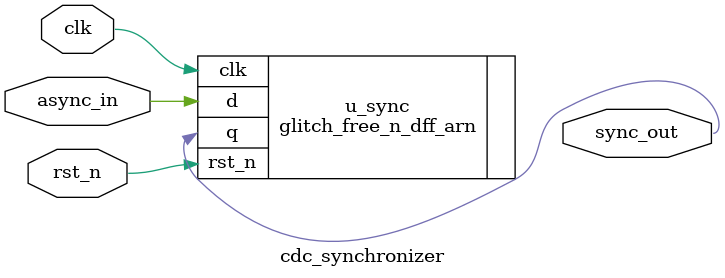
<source format=sv>

`timescale 1ns / 1ps

module cdc_synchronizer #(
    parameter int WIDTH      = 1,   // Bus width to synchronize
    parameter int FLOP_COUNT = 3    // Number of synchronizer stages (2-5)
) (
    input  logic             clk,       // Destination clock
    input  logic             rst_n,     // Asynchronous active-low reset
    input  logic [WIDTH-1:0] async_in,  // Asynchronous input from source domain
    output logic [WIDTH-1:0] sync_out   // Synchronized output in destination domain
);

    // Use the glitch_free_n_dff_arn module for the actual synchronization
    glitch_free_n_dff_arn #(
        .FLOP_COUNT (FLOP_COUNT),
        .WIDTH      (WIDTH)
    ) u_sync (
        .clk   (clk),
        .rst_n (rst_n),
        .d     (async_in),
        .q     (sync_out)
    );

endmodule : cdc_synchronizer

</source>
